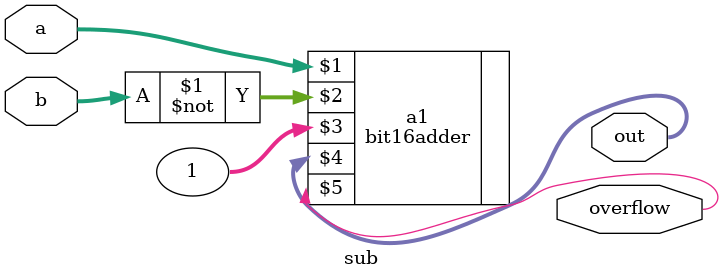
<source format=v>
module sub(input[15:0] a,b, output[15:0] out, output overflow);
	bit16adder a1(a, ~b, 1, out, overflow);
endmodule
</source>
